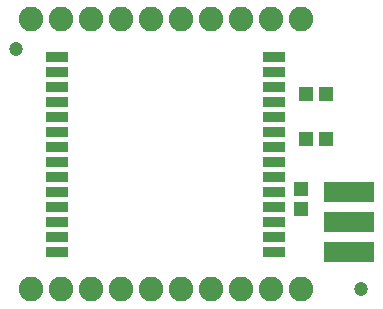
<source format=gbr>
G04 EAGLE Gerber RS-274X export*
G75*
%MOMM*%
%FSLAX34Y34*%
%LPD*%
%INSoldermask Top*%
%IPPOS*%
%AMOC8*
5,1,8,0,0,1.08239X$1,22.5*%
G01*
%ADD10R,4.267200X1.727200*%
%ADD11R,1.303200X1.203200*%
%ADD12C,2.082800*%
%ADD13R,1.854200X0.965200*%
%ADD14R,1.203200X1.303200*%
%ADD15C,1.203200*%


D10*
X294640Y97950D03*
X294640Y72550D03*
X294640Y47150D03*
D11*
X258200Y142400D03*
X275200Y142400D03*
X258200Y180500D03*
X275200Y180500D03*
D12*
X254000Y244000D03*
X228600Y244000D03*
X203200Y244000D03*
X177800Y244000D03*
X152400Y244000D03*
X127000Y244000D03*
X101600Y244000D03*
X76200Y244000D03*
X50800Y244000D03*
X25400Y244000D03*
X25400Y15400D03*
X50800Y15400D03*
X76200Y15400D03*
X101600Y15400D03*
X127000Y15400D03*
X152400Y15400D03*
X177800Y15400D03*
X203200Y15400D03*
X228600Y15400D03*
X254000Y15400D03*
D13*
X46990Y47150D03*
X46990Y72550D03*
X46990Y85250D03*
X46990Y97950D03*
X46990Y110650D03*
X46990Y123350D03*
X46990Y136050D03*
X46990Y148750D03*
X46990Y161450D03*
X46990Y174150D03*
X46990Y186850D03*
X46990Y199550D03*
X46990Y212250D03*
X230632Y47150D03*
X230632Y59850D03*
X230632Y72550D03*
X230632Y85250D03*
X230632Y97950D03*
X230632Y110650D03*
X230632Y123350D03*
X230632Y136050D03*
X230632Y148750D03*
X230632Y161450D03*
X230632Y174150D03*
X230632Y186850D03*
X230632Y199550D03*
X230632Y212250D03*
X46990Y59850D03*
D14*
X254000Y100100D03*
X254000Y83100D03*
D15*
X12700Y218600D03*
X304800Y15400D03*
M02*

</source>
